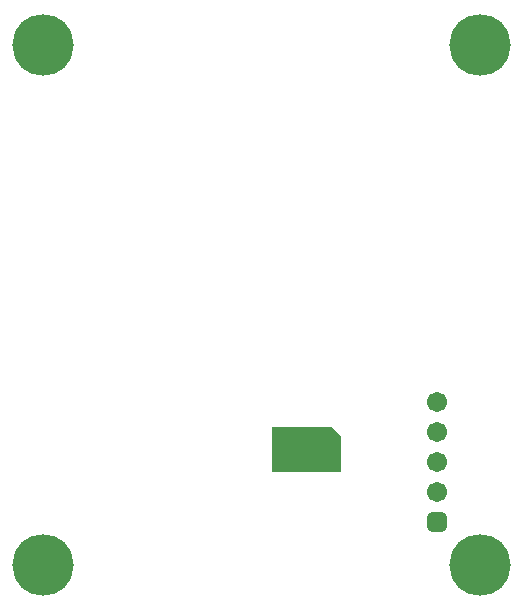
<source format=gbs>
G04*
G04 #@! TF.GenerationSoftware,Altium Limited,Altium Designer,21.2.1 (34)*
G04*
G04 Layer_Color=16711935*
%FSTAX24Y24*%
%MOIN*%
G70*
G04*
G04 #@! TF.SameCoordinates,EB3D7B52-6A9D-4B9E-8443-9CCFCCE6FA82*
G04*
G04*
G04 #@! TF.FilePolarity,Negative*
G04*
G01*
G75*
%ADD44C,0.0671*%
G04:AMPARAMS|DCode=45|XSize=67.1mil|YSize=67.1mil|CornerRadius=18.8mil|HoleSize=0mil|Usage=FLASHONLY|Rotation=90.000|XOffset=0mil|YOffset=0mil|HoleType=Round|Shape=RoundedRectangle|*
%AMROUNDEDRECTD45*
21,1,0.0671,0.0295,0,0,90.0*
21,1,0.0295,0.0671,0,0,90.0*
1,1,0.0375,0.0148,0.0148*
1,1,0.0375,0.0148,-0.0148*
1,1,0.0375,-0.0148,-0.0148*
1,1,0.0375,-0.0148,0.0148*
%
%ADD45ROUNDEDRECTD45*%
%ADD46C,0.2049*%
%ADD47C,0.0395*%
G36*
X042089Y022327D02*
X042089Y023823D01*
X04409Y023823D01*
X044365Y023548D01*
Y022327D01*
X042089Y022327D01*
D02*
G37*
D44*
X047574Y024673D02*
D03*
Y023673D02*
D03*
Y022673D02*
D03*
Y021673D02*
D03*
D45*
Y020673D02*
D03*
D46*
X049017Y036569D02*
D03*
X049017Y019246D02*
D03*
X03445D02*
D03*
X03445Y036569D02*
D03*
D47*
X042358Y022653D02*
D03*
Y023086D02*
D03*
Y023519D02*
D03*
X042791Y022653D02*
D03*
Y023086D02*
D03*
Y023519D02*
D03*
X043224Y022653D02*
D03*
Y023086D02*
D03*
Y023519D02*
D03*
X043657Y022653D02*
D03*
Y023086D02*
D03*
Y023519D02*
D03*
X04409Y022653D02*
D03*
Y023086D02*
D03*
Y023519D02*
D03*
M02*

</source>
